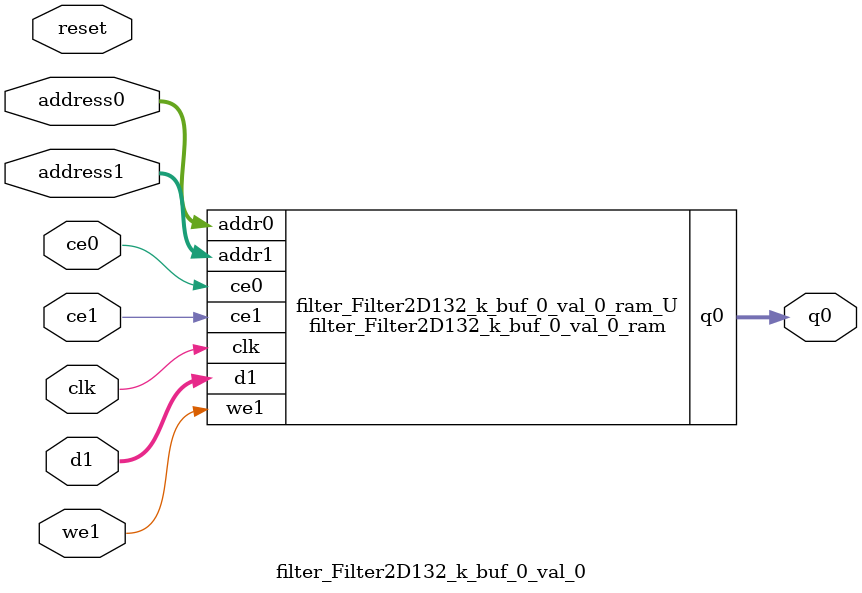
<source format=v>

`timescale 1 ns / 1 ps
module filter_Filter2D132_k_buf_0_val_0_ram (addr0, ce0, q0, addr1, ce1, d1, we1,  clk);

parameter DWIDTH = 8;
parameter AWIDTH = 11;
parameter MEM_SIZE = 1920;

input[AWIDTH-1:0] addr0;
input ce0;
output reg[DWIDTH-1:0] q0;
input[AWIDTH-1:0] addr1;
input ce1;
input[DWIDTH-1:0] d1;
input we1;
input clk;

(* ram_style = "block" *)reg [DWIDTH-1:0] ram[MEM_SIZE-1:0];




always @(posedge clk)  
begin 
    if (ce0) 
    begin
            q0 <= ram[addr0];
    end
end


always @(posedge clk)  
begin 
    if (ce1) 
    begin
        if (we1) 
        begin 
            ram[addr1] <= d1; 
        end 
    end
end


endmodule


`timescale 1 ns / 1 ps
module filter_Filter2D132_k_buf_0_val_0(
    reset,
    clk,
    address0,
    ce0,
    q0,
    address1,
    ce1,
    we1,
    d1);

parameter DataWidth = 32'd8;
parameter AddressRange = 32'd1920;
parameter AddressWidth = 32'd11;
input reset;
input clk;
input[AddressWidth - 1:0] address0;
input ce0;
output[DataWidth - 1:0] q0;
input[AddressWidth - 1:0] address1;
input ce1;
input we1;
input[DataWidth - 1:0] d1;



filter_Filter2D132_k_buf_0_val_0_ram filter_Filter2D132_k_buf_0_val_0_ram_U(
    .clk( clk ),
    .addr0( address0 ),
    .ce0( ce0 ),
    .q0( q0 ),
    .addr1( address1 ),
    .ce1( ce1 ),
    .d1( d1 ),
    .we1( we1 ));

endmodule


</source>
